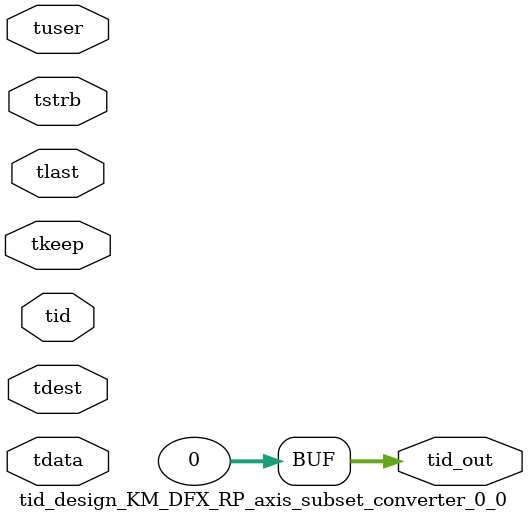
<source format=v>


`timescale 1ps/1ps

module tid_design_KM_DFX_RP_axis_subset_converter_0_0 #
(
parameter C_S_AXIS_TID_WIDTH   = 1,
parameter C_S_AXIS_TUSER_WIDTH = 0,
parameter C_S_AXIS_TDATA_WIDTH = 0,
parameter C_S_AXIS_TDEST_WIDTH = 0,
parameter C_M_AXIS_TID_WIDTH   = 32
)
(
input  [(C_S_AXIS_TID_WIDTH   == 0 ? 1 : C_S_AXIS_TID_WIDTH)-1:0       ] tid,
input  [(C_S_AXIS_TDATA_WIDTH == 0 ? 1 : C_S_AXIS_TDATA_WIDTH)-1:0     ] tdata,
input  [(C_S_AXIS_TUSER_WIDTH == 0 ? 1 : C_S_AXIS_TUSER_WIDTH)-1:0     ] tuser,
input  [(C_S_AXIS_TDEST_WIDTH == 0 ? 1 : C_S_AXIS_TDEST_WIDTH)-1:0     ] tdest,
input  [(C_S_AXIS_TDATA_WIDTH/8)-1:0 ] tkeep,
input  [(C_S_AXIS_TDATA_WIDTH/8)-1:0 ] tstrb,
input                                                                    tlast,
output [(C_M_AXIS_TID_WIDTH   == 0 ? 1 : C_M_AXIS_TID_WIDTH)-1:0       ] tid_out
);

assign tid_out = {1'b0};

endmodule


</source>
